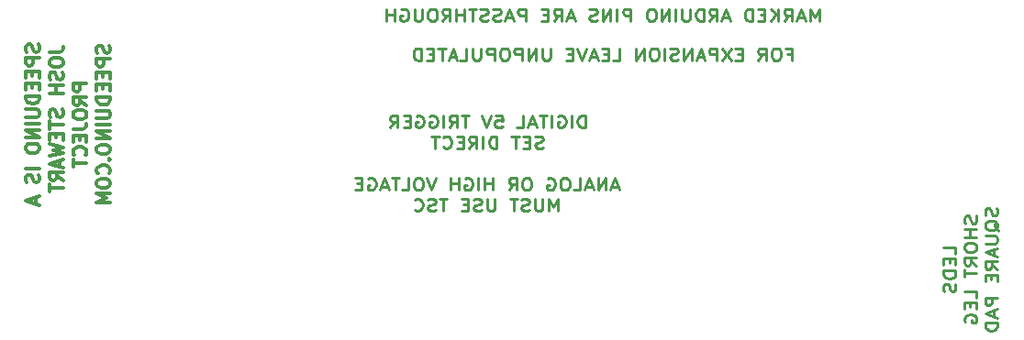
<source format=gbr>
G04 #@! TF.GenerationSoftware,KiCad,Pcbnew,(5.1.5)-3*
G04 #@! TF.CreationDate,2020-04-18T22:36:26-04:00*
G04 #@! TF.ProjectId,NO2C,4e4f3243-2e6b-4696-9361-645f70636258,vD1*
G04 #@! TF.SameCoordinates,Original*
G04 #@! TF.FileFunction,Legend,Bot*
G04 #@! TF.FilePolarity,Positive*
%FSLAX46Y46*%
G04 Gerber Fmt 4.6, Leading zero omitted, Abs format (unit mm)*
G04 Created by KiCad (PCBNEW (5.1.5)-3) date 2020-04-18 22:36:26*
%MOMM*%
%LPD*%
G04 APERTURE LIST*
%ADD10C,0.275000*%
%ADD11C,0.300000*%
G04 APERTURE END LIST*
D10*
X178023619Y-91184190D02*
X178023619Y-90588952D01*
X176923619Y-90588952D01*
X177447428Y-91600857D02*
X177447428Y-92017523D01*
X178023619Y-92196095D02*
X178023619Y-91600857D01*
X176923619Y-91600857D01*
X176923619Y-92196095D01*
X178023619Y-92731809D02*
X176923619Y-92731809D01*
X176923619Y-93029428D01*
X176976000Y-93208000D01*
X177080761Y-93327047D01*
X177185523Y-93386571D01*
X177395047Y-93446095D01*
X177552190Y-93446095D01*
X177761714Y-93386571D01*
X177866476Y-93327047D01*
X177971238Y-93208000D01*
X178023619Y-93029428D01*
X178023619Y-92731809D01*
X177971238Y-93922285D02*
X178023619Y-94100857D01*
X178023619Y-94398476D01*
X177971238Y-94517523D01*
X177918857Y-94577047D01*
X177814095Y-94636571D01*
X177709333Y-94636571D01*
X177604571Y-94577047D01*
X177552190Y-94517523D01*
X177499809Y-94398476D01*
X177447428Y-94160380D01*
X177395047Y-94041333D01*
X177342666Y-93981809D01*
X177237904Y-93922285D01*
X177133142Y-93922285D01*
X177028380Y-93981809D01*
X176976000Y-94041333D01*
X176923619Y-94160380D01*
X176923619Y-94458000D01*
X176976000Y-94636571D01*
X179896238Y-87642523D02*
X179948619Y-87821095D01*
X179948619Y-88118714D01*
X179896238Y-88237761D01*
X179843857Y-88297285D01*
X179739095Y-88356809D01*
X179634333Y-88356809D01*
X179529571Y-88297285D01*
X179477190Y-88237761D01*
X179424809Y-88118714D01*
X179372428Y-87880619D01*
X179320047Y-87761571D01*
X179267666Y-87702047D01*
X179162904Y-87642523D01*
X179058142Y-87642523D01*
X178953380Y-87702047D01*
X178901000Y-87761571D01*
X178848619Y-87880619D01*
X178848619Y-88178238D01*
X178901000Y-88356809D01*
X179948619Y-88892523D02*
X178848619Y-88892523D01*
X179372428Y-88892523D02*
X179372428Y-89606809D01*
X179948619Y-89606809D02*
X178848619Y-89606809D01*
X178848619Y-90440142D02*
X178848619Y-90678238D01*
X178901000Y-90797285D01*
X179005761Y-90916333D01*
X179215285Y-90975857D01*
X179581952Y-90975857D01*
X179791476Y-90916333D01*
X179896238Y-90797285D01*
X179948619Y-90678238D01*
X179948619Y-90440142D01*
X179896238Y-90321095D01*
X179791476Y-90202047D01*
X179581952Y-90142523D01*
X179215285Y-90142523D01*
X179005761Y-90202047D01*
X178901000Y-90321095D01*
X178848619Y-90440142D01*
X179948619Y-92225857D02*
X179424809Y-91809190D01*
X179948619Y-91511571D02*
X178848619Y-91511571D01*
X178848619Y-91987761D01*
X178901000Y-92106809D01*
X178953380Y-92166333D01*
X179058142Y-92225857D01*
X179215285Y-92225857D01*
X179320047Y-92166333D01*
X179372428Y-92106809D01*
X179424809Y-91987761D01*
X179424809Y-91511571D01*
X178848619Y-92583000D02*
X178848619Y-93297285D01*
X179948619Y-92940142D02*
X178848619Y-92940142D01*
X179948619Y-95261571D02*
X179948619Y-94666333D01*
X178848619Y-94666333D01*
X179372428Y-95678238D02*
X179372428Y-96094904D01*
X179948619Y-96273476D02*
X179948619Y-95678238D01*
X178848619Y-95678238D01*
X178848619Y-96273476D01*
X178901000Y-97463952D02*
X178848619Y-97344904D01*
X178848619Y-97166333D01*
X178901000Y-96987761D01*
X179005761Y-96868714D01*
X179110523Y-96809190D01*
X179320047Y-96749666D01*
X179477190Y-96749666D01*
X179686714Y-96809190D01*
X179791476Y-96868714D01*
X179896238Y-96987761D01*
X179948619Y-97166333D01*
X179948619Y-97285380D01*
X179896238Y-97463952D01*
X179843857Y-97523476D01*
X179477190Y-97523476D01*
X179477190Y-97285380D01*
X181821238Y-86928238D02*
X181873619Y-87106809D01*
X181873619Y-87404428D01*
X181821238Y-87523476D01*
X181768857Y-87583000D01*
X181664095Y-87642523D01*
X181559333Y-87642523D01*
X181454571Y-87583000D01*
X181402190Y-87523476D01*
X181349809Y-87404428D01*
X181297428Y-87166333D01*
X181245047Y-87047285D01*
X181192666Y-86987761D01*
X181087904Y-86928238D01*
X180983142Y-86928238D01*
X180878380Y-86987761D01*
X180826000Y-87047285D01*
X180773619Y-87166333D01*
X180773619Y-87463952D01*
X180826000Y-87642523D01*
X181978380Y-89011571D02*
X181926000Y-88892523D01*
X181821238Y-88773476D01*
X181664095Y-88594904D01*
X181611714Y-88475857D01*
X181611714Y-88356809D01*
X181873619Y-88416333D02*
X181821238Y-88297285D01*
X181716476Y-88178238D01*
X181506952Y-88118714D01*
X181140285Y-88118714D01*
X180930761Y-88178238D01*
X180826000Y-88297285D01*
X180773619Y-88416333D01*
X180773619Y-88654428D01*
X180826000Y-88773476D01*
X180930761Y-88892523D01*
X181140285Y-88952047D01*
X181506952Y-88952047D01*
X181716476Y-88892523D01*
X181821238Y-88773476D01*
X181873619Y-88654428D01*
X181873619Y-88416333D01*
X180773619Y-89487761D02*
X181664095Y-89487761D01*
X181768857Y-89547285D01*
X181821238Y-89606809D01*
X181873619Y-89725857D01*
X181873619Y-89963952D01*
X181821238Y-90083000D01*
X181768857Y-90142523D01*
X181664095Y-90202047D01*
X180773619Y-90202047D01*
X181559333Y-90737761D02*
X181559333Y-91333000D01*
X181873619Y-90618714D02*
X180773619Y-91035380D01*
X181873619Y-91452047D01*
X181873619Y-92583000D02*
X181349809Y-92166333D01*
X181873619Y-91868714D02*
X180773619Y-91868714D01*
X180773619Y-92344904D01*
X180826000Y-92463952D01*
X180878380Y-92523476D01*
X180983142Y-92583000D01*
X181140285Y-92583000D01*
X181245047Y-92523476D01*
X181297428Y-92463952D01*
X181349809Y-92344904D01*
X181349809Y-91868714D01*
X181297428Y-93118714D02*
X181297428Y-93535380D01*
X181873619Y-93713952D02*
X181873619Y-93118714D01*
X180773619Y-93118714D01*
X180773619Y-93713952D01*
X181873619Y-95202047D02*
X180773619Y-95202047D01*
X180773619Y-95678238D01*
X180826000Y-95797285D01*
X180878380Y-95856809D01*
X180983142Y-95916333D01*
X181140285Y-95916333D01*
X181245047Y-95856809D01*
X181297428Y-95797285D01*
X181349809Y-95678238D01*
X181349809Y-95202047D01*
X181559333Y-96392523D02*
X181559333Y-96987761D01*
X181873619Y-96273476D02*
X180773619Y-96690142D01*
X181873619Y-97106809D01*
X181873619Y-97523476D02*
X180773619Y-97523476D01*
X180773619Y-97821095D01*
X180826000Y-97999666D01*
X180930761Y-98118714D01*
X181035523Y-98178238D01*
X181245047Y-98237761D01*
X181402190Y-98237761D01*
X181611714Y-98178238D01*
X181716476Y-98118714D01*
X181821238Y-97999666D01*
X181873619Y-97821095D01*
X181873619Y-97523476D01*
X146860095Y-84945833D02*
X146264857Y-84945833D01*
X146979142Y-85260119D02*
X146562476Y-84160119D01*
X146145809Y-85260119D01*
X145729142Y-85260119D02*
X145729142Y-84160119D01*
X145014857Y-85260119D01*
X145014857Y-84160119D01*
X144479142Y-84945833D02*
X143883904Y-84945833D01*
X144598190Y-85260119D02*
X144181523Y-84160119D01*
X143764857Y-85260119D01*
X142752952Y-85260119D02*
X143348190Y-85260119D01*
X143348190Y-84160119D01*
X142098190Y-84160119D02*
X141860095Y-84160119D01*
X141741047Y-84212500D01*
X141622000Y-84317261D01*
X141562476Y-84526785D01*
X141562476Y-84893452D01*
X141622000Y-85102976D01*
X141741047Y-85207738D01*
X141860095Y-85260119D01*
X142098190Y-85260119D01*
X142217238Y-85207738D01*
X142336285Y-85102976D01*
X142395809Y-84893452D01*
X142395809Y-84526785D01*
X142336285Y-84317261D01*
X142217238Y-84212500D01*
X142098190Y-84160119D01*
X140372000Y-84212500D02*
X140491047Y-84160119D01*
X140669619Y-84160119D01*
X140848190Y-84212500D01*
X140967238Y-84317261D01*
X141026761Y-84422023D01*
X141086285Y-84631547D01*
X141086285Y-84788690D01*
X141026761Y-84998214D01*
X140967238Y-85102976D01*
X140848190Y-85207738D01*
X140669619Y-85260119D01*
X140550571Y-85260119D01*
X140372000Y-85207738D01*
X140312476Y-85155357D01*
X140312476Y-84788690D01*
X140550571Y-84788690D01*
X138586285Y-84160119D02*
X138348190Y-84160119D01*
X138229142Y-84212500D01*
X138110095Y-84317261D01*
X138050571Y-84526785D01*
X138050571Y-84893452D01*
X138110095Y-85102976D01*
X138229142Y-85207738D01*
X138348190Y-85260119D01*
X138586285Y-85260119D01*
X138705333Y-85207738D01*
X138824380Y-85102976D01*
X138883904Y-84893452D01*
X138883904Y-84526785D01*
X138824380Y-84317261D01*
X138705333Y-84212500D01*
X138586285Y-84160119D01*
X136800571Y-85260119D02*
X137217238Y-84736309D01*
X137514857Y-85260119D02*
X137514857Y-84160119D01*
X137038666Y-84160119D01*
X136919619Y-84212500D01*
X136860095Y-84264880D01*
X136800571Y-84369642D01*
X136800571Y-84526785D01*
X136860095Y-84631547D01*
X136919619Y-84683928D01*
X137038666Y-84736309D01*
X137514857Y-84736309D01*
X135312476Y-85260119D02*
X135312476Y-84160119D01*
X135312476Y-84683928D02*
X134598190Y-84683928D01*
X134598190Y-85260119D02*
X134598190Y-84160119D01*
X134002952Y-85260119D02*
X134002952Y-84160119D01*
X132752952Y-84212500D02*
X132872000Y-84160119D01*
X133050571Y-84160119D01*
X133229142Y-84212500D01*
X133348190Y-84317261D01*
X133407714Y-84422023D01*
X133467238Y-84631547D01*
X133467238Y-84788690D01*
X133407714Y-84998214D01*
X133348190Y-85102976D01*
X133229142Y-85207738D01*
X133050571Y-85260119D01*
X132931523Y-85260119D01*
X132752952Y-85207738D01*
X132693428Y-85155357D01*
X132693428Y-84788690D01*
X132931523Y-84788690D01*
X132157714Y-85260119D02*
X132157714Y-84160119D01*
X132157714Y-84683928D02*
X131443428Y-84683928D01*
X131443428Y-85260119D02*
X131443428Y-84160119D01*
X130074380Y-84160119D02*
X129657714Y-85260119D01*
X129241047Y-84160119D01*
X128586285Y-84160119D02*
X128348190Y-84160119D01*
X128229142Y-84212500D01*
X128110095Y-84317261D01*
X128050571Y-84526785D01*
X128050571Y-84893452D01*
X128110095Y-85102976D01*
X128229142Y-85207738D01*
X128348190Y-85260119D01*
X128586285Y-85260119D01*
X128705333Y-85207738D01*
X128824380Y-85102976D01*
X128883904Y-84893452D01*
X128883904Y-84526785D01*
X128824380Y-84317261D01*
X128705333Y-84212500D01*
X128586285Y-84160119D01*
X126919619Y-85260119D02*
X127514857Y-85260119D01*
X127514857Y-84160119D01*
X126681523Y-84160119D02*
X125967238Y-84160119D01*
X126324380Y-85260119D02*
X126324380Y-84160119D01*
X125610095Y-84945833D02*
X125014857Y-84945833D01*
X125729142Y-85260119D02*
X125312476Y-84160119D01*
X124895809Y-85260119D01*
X123824380Y-84212500D02*
X123943428Y-84160119D01*
X124122000Y-84160119D01*
X124300571Y-84212500D01*
X124419619Y-84317261D01*
X124479142Y-84422023D01*
X124538666Y-84631547D01*
X124538666Y-84788690D01*
X124479142Y-84998214D01*
X124419619Y-85102976D01*
X124300571Y-85207738D01*
X124122000Y-85260119D01*
X124002952Y-85260119D01*
X123824380Y-85207738D01*
X123764857Y-85155357D01*
X123764857Y-84788690D01*
X124002952Y-84788690D01*
X123229142Y-84683928D02*
X122812476Y-84683928D01*
X122633904Y-85260119D02*
X123229142Y-85260119D01*
X123229142Y-84160119D01*
X122633904Y-84160119D01*
X141354142Y-87185119D02*
X141354142Y-86085119D01*
X140937476Y-86870833D01*
X140520809Y-86085119D01*
X140520809Y-87185119D01*
X139925571Y-86085119D02*
X139925571Y-86975595D01*
X139866047Y-87080357D01*
X139806523Y-87132738D01*
X139687476Y-87185119D01*
X139449380Y-87185119D01*
X139330333Y-87132738D01*
X139270809Y-87080357D01*
X139211285Y-86975595D01*
X139211285Y-86085119D01*
X138675571Y-87132738D02*
X138497000Y-87185119D01*
X138199380Y-87185119D01*
X138080333Y-87132738D01*
X138020809Y-87080357D01*
X137961285Y-86975595D01*
X137961285Y-86870833D01*
X138020809Y-86766071D01*
X138080333Y-86713690D01*
X138199380Y-86661309D01*
X138437476Y-86608928D01*
X138556523Y-86556547D01*
X138616047Y-86504166D01*
X138675571Y-86399404D01*
X138675571Y-86294642D01*
X138616047Y-86189880D01*
X138556523Y-86137500D01*
X138437476Y-86085119D01*
X138139857Y-86085119D01*
X137961285Y-86137500D01*
X137604142Y-86085119D02*
X136889857Y-86085119D01*
X137247000Y-87185119D02*
X137247000Y-86085119D01*
X135520809Y-86085119D02*
X135520809Y-86975595D01*
X135461285Y-87080357D01*
X135401761Y-87132738D01*
X135282714Y-87185119D01*
X135044619Y-87185119D01*
X134925571Y-87132738D01*
X134866047Y-87080357D01*
X134806523Y-86975595D01*
X134806523Y-86085119D01*
X134270809Y-87132738D02*
X134092238Y-87185119D01*
X133794619Y-87185119D01*
X133675571Y-87132738D01*
X133616047Y-87080357D01*
X133556523Y-86975595D01*
X133556523Y-86870833D01*
X133616047Y-86766071D01*
X133675571Y-86713690D01*
X133794619Y-86661309D01*
X134032714Y-86608928D01*
X134151761Y-86556547D01*
X134211285Y-86504166D01*
X134270809Y-86399404D01*
X134270809Y-86294642D01*
X134211285Y-86189880D01*
X134151761Y-86137500D01*
X134032714Y-86085119D01*
X133735095Y-86085119D01*
X133556523Y-86137500D01*
X133020809Y-86608928D02*
X132604142Y-86608928D01*
X132425571Y-87185119D02*
X133020809Y-87185119D01*
X133020809Y-86085119D01*
X132425571Y-86085119D01*
X131116047Y-86085119D02*
X130401761Y-86085119D01*
X130758904Y-87185119D02*
X130758904Y-86085119D01*
X130044619Y-87132738D02*
X129866047Y-87185119D01*
X129568428Y-87185119D01*
X129449380Y-87132738D01*
X129389857Y-87080357D01*
X129330333Y-86975595D01*
X129330333Y-86870833D01*
X129389857Y-86766071D01*
X129449380Y-86713690D01*
X129568428Y-86661309D01*
X129806523Y-86608928D01*
X129925571Y-86556547D01*
X129985095Y-86504166D01*
X130044619Y-86399404D01*
X130044619Y-86294642D01*
X129985095Y-86189880D01*
X129925571Y-86137500D01*
X129806523Y-86085119D01*
X129508904Y-86085119D01*
X129330333Y-86137500D01*
X128080333Y-87080357D02*
X128139857Y-87132738D01*
X128318428Y-87185119D01*
X128437476Y-87185119D01*
X128616047Y-87132738D01*
X128735095Y-87027976D01*
X128794619Y-86923214D01*
X128854142Y-86713690D01*
X128854142Y-86556547D01*
X128794619Y-86347023D01*
X128735095Y-86242261D01*
X128616047Y-86137500D01*
X128437476Y-86085119D01*
X128318428Y-86085119D01*
X128139857Y-86137500D01*
X128080333Y-86189880D01*
X143862095Y-79481619D02*
X143862095Y-78381619D01*
X143564476Y-78381619D01*
X143385904Y-78434000D01*
X143266857Y-78538761D01*
X143207333Y-78643523D01*
X143147809Y-78853047D01*
X143147809Y-79010190D01*
X143207333Y-79219714D01*
X143266857Y-79324476D01*
X143385904Y-79429238D01*
X143564476Y-79481619D01*
X143862095Y-79481619D01*
X142612095Y-79481619D02*
X142612095Y-78381619D01*
X141362095Y-78434000D02*
X141481142Y-78381619D01*
X141659714Y-78381619D01*
X141838285Y-78434000D01*
X141957333Y-78538761D01*
X142016857Y-78643523D01*
X142076380Y-78853047D01*
X142076380Y-79010190D01*
X142016857Y-79219714D01*
X141957333Y-79324476D01*
X141838285Y-79429238D01*
X141659714Y-79481619D01*
X141540666Y-79481619D01*
X141362095Y-79429238D01*
X141302571Y-79376857D01*
X141302571Y-79010190D01*
X141540666Y-79010190D01*
X140766857Y-79481619D02*
X140766857Y-78381619D01*
X140350190Y-78381619D02*
X139635904Y-78381619D01*
X139993047Y-79481619D02*
X139993047Y-78381619D01*
X139278761Y-79167333D02*
X138683523Y-79167333D01*
X139397809Y-79481619D02*
X138981142Y-78381619D01*
X138564476Y-79481619D01*
X137552571Y-79481619D02*
X138147809Y-79481619D01*
X138147809Y-78381619D01*
X135588285Y-78381619D02*
X136183523Y-78381619D01*
X136243047Y-78905428D01*
X136183523Y-78853047D01*
X136064476Y-78800666D01*
X135766857Y-78800666D01*
X135647809Y-78853047D01*
X135588285Y-78905428D01*
X135528761Y-79010190D01*
X135528761Y-79272095D01*
X135588285Y-79376857D01*
X135647809Y-79429238D01*
X135766857Y-79481619D01*
X136064476Y-79481619D01*
X136183523Y-79429238D01*
X136243047Y-79376857D01*
X135171619Y-78381619D02*
X134754952Y-79481619D01*
X134338285Y-78381619D01*
X133147809Y-78381619D02*
X132433523Y-78381619D01*
X132790666Y-79481619D02*
X132790666Y-78381619D01*
X131302571Y-79481619D02*
X131719238Y-78957809D01*
X132016857Y-79481619D02*
X132016857Y-78381619D01*
X131540666Y-78381619D01*
X131421619Y-78434000D01*
X131362095Y-78486380D01*
X131302571Y-78591142D01*
X131302571Y-78748285D01*
X131362095Y-78853047D01*
X131421619Y-78905428D01*
X131540666Y-78957809D01*
X132016857Y-78957809D01*
X130766857Y-79481619D02*
X130766857Y-78381619D01*
X129516857Y-78434000D02*
X129635904Y-78381619D01*
X129814476Y-78381619D01*
X129993047Y-78434000D01*
X130112095Y-78538761D01*
X130171619Y-78643523D01*
X130231142Y-78853047D01*
X130231142Y-79010190D01*
X130171619Y-79219714D01*
X130112095Y-79324476D01*
X129993047Y-79429238D01*
X129814476Y-79481619D01*
X129695428Y-79481619D01*
X129516857Y-79429238D01*
X129457333Y-79376857D01*
X129457333Y-79010190D01*
X129695428Y-79010190D01*
X128266857Y-78434000D02*
X128385904Y-78381619D01*
X128564476Y-78381619D01*
X128743047Y-78434000D01*
X128862095Y-78538761D01*
X128921619Y-78643523D01*
X128981142Y-78853047D01*
X128981142Y-79010190D01*
X128921619Y-79219714D01*
X128862095Y-79324476D01*
X128743047Y-79429238D01*
X128564476Y-79481619D01*
X128445428Y-79481619D01*
X128266857Y-79429238D01*
X128207333Y-79376857D01*
X128207333Y-79010190D01*
X128445428Y-79010190D01*
X127671619Y-78905428D02*
X127254952Y-78905428D01*
X127076380Y-79481619D02*
X127671619Y-79481619D01*
X127671619Y-78381619D01*
X127076380Y-78381619D01*
X125826380Y-79481619D02*
X126243047Y-78957809D01*
X126540666Y-79481619D02*
X126540666Y-78381619D01*
X126064476Y-78381619D01*
X125945428Y-78434000D01*
X125885904Y-78486380D01*
X125826380Y-78591142D01*
X125826380Y-78748285D01*
X125885904Y-78853047D01*
X125945428Y-78905428D01*
X126064476Y-78957809D01*
X126540666Y-78957809D01*
X139963285Y-81354238D02*
X139784714Y-81406619D01*
X139487095Y-81406619D01*
X139368047Y-81354238D01*
X139308523Y-81301857D01*
X139249000Y-81197095D01*
X139249000Y-81092333D01*
X139308523Y-80987571D01*
X139368047Y-80935190D01*
X139487095Y-80882809D01*
X139725190Y-80830428D01*
X139844238Y-80778047D01*
X139903761Y-80725666D01*
X139963285Y-80620904D01*
X139963285Y-80516142D01*
X139903761Y-80411380D01*
X139844238Y-80359000D01*
X139725190Y-80306619D01*
X139427571Y-80306619D01*
X139249000Y-80359000D01*
X138713285Y-80830428D02*
X138296619Y-80830428D01*
X138118047Y-81406619D02*
X138713285Y-81406619D01*
X138713285Y-80306619D01*
X138118047Y-80306619D01*
X137760904Y-80306619D02*
X137046619Y-80306619D01*
X137403761Y-81406619D02*
X137403761Y-80306619D01*
X135677571Y-81406619D02*
X135677571Y-80306619D01*
X135379952Y-80306619D01*
X135201380Y-80359000D01*
X135082333Y-80463761D01*
X135022809Y-80568523D01*
X134963285Y-80778047D01*
X134963285Y-80935190D01*
X135022809Y-81144714D01*
X135082333Y-81249476D01*
X135201380Y-81354238D01*
X135379952Y-81406619D01*
X135677571Y-81406619D01*
X134427571Y-81406619D02*
X134427571Y-80306619D01*
X133118047Y-81406619D02*
X133534714Y-80882809D01*
X133832333Y-81406619D02*
X133832333Y-80306619D01*
X133356142Y-80306619D01*
X133237095Y-80359000D01*
X133177571Y-80411380D01*
X133118047Y-80516142D01*
X133118047Y-80673285D01*
X133177571Y-80778047D01*
X133237095Y-80830428D01*
X133356142Y-80882809D01*
X133832333Y-80882809D01*
X132582333Y-80830428D02*
X132165666Y-80830428D01*
X131987095Y-81406619D02*
X132582333Y-81406619D01*
X132582333Y-80306619D01*
X131987095Y-80306619D01*
X130737095Y-81301857D02*
X130796619Y-81354238D01*
X130975190Y-81406619D01*
X131094238Y-81406619D01*
X131272809Y-81354238D01*
X131391857Y-81249476D01*
X131451380Y-81144714D01*
X131510904Y-80935190D01*
X131510904Y-80778047D01*
X131451380Y-80568523D01*
X131391857Y-80463761D01*
X131272809Y-80359000D01*
X131094238Y-80306619D01*
X130975190Y-80306619D01*
X130796619Y-80359000D01*
X130737095Y-80411380D01*
X130379952Y-80306619D02*
X129665666Y-80306619D01*
X130022809Y-81406619D02*
X130022809Y-80306619D01*
X162472547Y-72692428D02*
X162889214Y-72692428D01*
X162889214Y-73268619D02*
X162889214Y-72168619D01*
X162293976Y-72168619D01*
X161579690Y-72168619D02*
X161341595Y-72168619D01*
X161222547Y-72221000D01*
X161103500Y-72325761D01*
X161043976Y-72535285D01*
X161043976Y-72901952D01*
X161103500Y-73111476D01*
X161222547Y-73216238D01*
X161341595Y-73268619D01*
X161579690Y-73268619D01*
X161698738Y-73216238D01*
X161817785Y-73111476D01*
X161877309Y-72901952D01*
X161877309Y-72535285D01*
X161817785Y-72325761D01*
X161698738Y-72221000D01*
X161579690Y-72168619D01*
X159793976Y-73268619D02*
X160210642Y-72744809D01*
X160508261Y-73268619D02*
X160508261Y-72168619D01*
X160032071Y-72168619D01*
X159913023Y-72221000D01*
X159853500Y-72273380D01*
X159793976Y-72378142D01*
X159793976Y-72535285D01*
X159853500Y-72640047D01*
X159913023Y-72692428D01*
X160032071Y-72744809D01*
X160508261Y-72744809D01*
X158305880Y-72692428D02*
X157889214Y-72692428D01*
X157710642Y-73268619D02*
X158305880Y-73268619D01*
X158305880Y-72168619D01*
X157710642Y-72168619D01*
X157293976Y-72168619D02*
X156460642Y-73268619D01*
X156460642Y-72168619D02*
X157293976Y-73268619D01*
X155984452Y-73268619D02*
X155984452Y-72168619D01*
X155508261Y-72168619D01*
X155389214Y-72221000D01*
X155329690Y-72273380D01*
X155270166Y-72378142D01*
X155270166Y-72535285D01*
X155329690Y-72640047D01*
X155389214Y-72692428D01*
X155508261Y-72744809D01*
X155984452Y-72744809D01*
X154793976Y-72954333D02*
X154198738Y-72954333D01*
X154913023Y-73268619D02*
X154496357Y-72168619D01*
X154079690Y-73268619D01*
X153663023Y-73268619D02*
X153663023Y-72168619D01*
X152948738Y-73268619D01*
X152948738Y-72168619D01*
X152413023Y-73216238D02*
X152234452Y-73268619D01*
X151936833Y-73268619D01*
X151817785Y-73216238D01*
X151758261Y-73163857D01*
X151698738Y-73059095D01*
X151698738Y-72954333D01*
X151758261Y-72849571D01*
X151817785Y-72797190D01*
X151936833Y-72744809D01*
X152174928Y-72692428D01*
X152293976Y-72640047D01*
X152353500Y-72587666D01*
X152413023Y-72482904D01*
X152413023Y-72378142D01*
X152353500Y-72273380D01*
X152293976Y-72221000D01*
X152174928Y-72168619D01*
X151877309Y-72168619D01*
X151698738Y-72221000D01*
X151163023Y-73268619D02*
X151163023Y-72168619D01*
X150329690Y-72168619D02*
X150091595Y-72168619D01*
X149972547Y-72221000D01*
X149853500Y-72325761D01*
X149793976Y-72535285D01*
X149793976Y-72901952D01*
X149853500Y-73111476D01*
X149972547Y-73216238D01*
X150091595Y-73268619D01*
X150329690Y-73268619D01*
X150448738Y-73216238D01*
X150567785Y-73111476D01*
X150627309Y-72901952D01*
X150627309Y-72535285D01*
X150567785Y-72325761D01*
X150448738Y-72221000D01*
X150329690Y-72168619D01*
X149258261Y-73268619D02*
X149258261Y-72168619D01*
X148543976Y-73268619D01*
X148543976Y-72168619D01*
X146401119Y-73268619D02*
X146996357Y-73268619D01*
X146996357Y-72168619D01*
X145984452Y-72692428D02*
X145567785Y-72692428D01*
X145389214Y-73268619D02*
X145984452Y-73268619D01*
X145984452Y-72168619D01*
X145389214Y-72168619D01*
X144913023Y-72954333D02*
X144317785Y-72954333D01*
X145032071Y-73268619D02*
X144615404Y-72168619D01*
X144198738Y-73268619D01*
X143960642Y-72168619D02*
X143543976Y-73268619D01*
X143127309Y-72168619D01*
X142710642Y-72692428D02*
X142293976Y-72692428D01*
X142115404Y-73268619D02*
X142710642Y-73268619D01*
X142710642Y-72168619D01*
X142115404Y-72168619D01*
X140627309Y-72168619D02*
X140627309Y-73059095D01*
X140567785Y-73163857D01*
X140508261Y-73216238D01*
X140389214Y-73268619D01*
X140151119Y-73268619D01*
X140032071Y-73216238D01*
X139972547Y-73163857D01*
X139913023Y-73059095D01*
X139913023Y-72168619D01*
X139317785Y-73268619D02*
X139317785Y-72168619D01*
X138603500Y-73268619D01*
X138603500Y-72168619D01*
X138008261Y-73268619D02*
X138008261Y-72168619D01*
X137532071Y-72168619D01*
X137413023Y-72221000D01*
X137353500Y-72273380D01*
X137293976Y-72378142D01*
X137293976Y-72535285D01*
X137353500Y-72640047D01*
X137413023Y-72692428D01*
X137532071Y-72744809D01*
X138008261Y-72744809D01*
X136520166Y-72168619D02*
X136282071Y-72168619D01*
X136163023Y-72221000D01*
X136043976Y-72325761D01*
X135984452Y-72535285D01*
X135984452Y-72901952D01*
X136043976Y-73111476D01*
X136163023Y-73216238D01*
X136282071Y-73268619D01*
X136520166Y-73268619D01*
X136639214Y-73216238D01*
X136758261Y-73111476D01*
X136817785Y-72901952D01*
X136817785Y-72535285D01*
X136758261Y-72325761D01*
X136639214Y-72221000D01*
X136520166Y-72168619D01*
X135448738Y-73268619D02*
X135448738Y-72168619D01*
X134972547Y-72168619D01*
X134853500Y-72221000D01*
X134793976Y-72273380D01*
X134734452Y-72378142D01*
X134734452Y-72535285D01*
X134793976Y-72640047D01*
X134853500Y-72692428D01*
X134972547Y-72744809D01*
X135448738Y-72744809D01*
X134198738Y-72168619D02*
X134198738Y-73059095D01*
X134139214Y-73163857D01*
X134079690Y-73216238D01*
X133960642Y-73268619D01*
X133722547Y-73268619D01*
X133603500Y-73216238D01*
X133543976Y-73163857D01*
X133484452Y-73059095D01*
X133484452Y-72168619D01*
X132293976Y-73268619D02*
X132889214Y-73268619D01*
X132889214Y-72168619D01*
X131936833Y-72954333D02*
X131341595Y-72954333D01*
X132055880Y-73268619D02*
X131639214Y-72168619D01*
X131222547Y-73268619D01*
X130984452Y-72168619D02*
X130270166Y-72168619D01*
X130627309Y-73268619D02*
X130627309Y-72168619D01*
X129853500Y-72692428D02*
X129436833Y-72692428D01*
X129258261Y-73268619D02*
X129853500Y-73268619D01*
X129853500Y-72168619D01*
X129258261Y-72168619D01*
X128722547Y-73268619D02*
X128722547Y-72168619D01*
X128424928Y-72168619D01*
X128246357Y-72221000D01*
X128127309Y-72325761D01*
X128067785Y-72430523D01*
X128008261Y-72640047D01*
X128008261Y-72797190D01*
X128067785Y-73006714D01*
X128127309Y-73111476D01*
X128246357Y-73216238D01*
X128424928Y-73268619D01*
X128722547Y-73268619D01*
X165418976Y-69649119D02*
X165418976Y-68549119D01*
X165002309Y-69334833D01*
X164585642Y-68549119D01*
X164585642Y-69649119D01*
X164049928Y-69334833D02*
X163454690Y-69334833D01*
X164168976Y-69649119D02*
X163752309Y-68549119D01*
X163335642Y-69649119D01*
X162204690Y-69649119D02*
X162621357Y-69125309D01*
X162918976Y-69649119D02*
X162918976Y-68549119D01*
X162442785Y-68549119D01*
X162323738Y-68601500D01*
X162264214Y-68653880D01*
X162204690Y-68758642D01*
X162204690Y-68915785D01*
X162264214Y-69020547D01*
X162323738Y-69072928D01*
X162442785Y-69125309D01*
X162918976Y-69125309D01*
X161668976Y-69649119D02*
X161668976Y-68549119D01*
X160954690Y-69649119D02*
X161490404Y-69020547D01*
X160954690Y-68549119D02*
X161668976Y-69177690D01*
X160418976Y-69072928D02*
X160002309Y-69072928D01*
X159823738Y-69649119D02*
X160418976Y-69649119D01*
X160418976Y-68549119D01*
X159823738Y-68549119D01*
X159288023Y-69649119D02*
X159288023Y-68549119D01*
X158990404Y-68549119D01*
X158811833Y-68601500D01*
X158692785Y-68706261D01*
X158633261Y-68811023D01*
X158573738Y-69020547D01*
X158573738Y-69177690D01*
X158633261Y-69387214D01*
X158692785Y-69491976D01*
X158811833Y-69596738D01*
X158990404Y-69649119D01*
X159288023Y-69649119D01*
X157145166Y-69334833D02*
X156549928Y-69334833D01*
X157264214Y-69649119D02*
X156847547Y-68549119D01*
X156430880Y-69649119D01*
X155299928Y-69649119D02*
X155716595Y-69125309D01*
X156014214Y-69649119D02*
X156014214Y-68549119D01*
X155538023Y-68549119D01*
X155418976Y-68601500D01*
X155359452Y-68653880D01*
X155299928Y-68758642D01*
X155299928Y-68915785D01*
X155359452Y-69020547D01*
X155418976Y-69072928D01*
X155538023Y-69125309D01*
X156014214Y-69125309D01*
X154764214Y-69649119D02*
X154764214Y-68549119D01*
X154466595Y-68549119D01*
X154288023Y-68601500D01*
X154168976Y-68706261D01*
X154109452Y-68811023D01*
X154049928Y-69020547D01*
X154049928Y-69177690D01*
X154109452Y-69387214D01*
X154168976Y-69491976D01*
X154288023Y-69596738D01*
X154466595Y-69649119D01*
X154764214Y-69649119D01*
X153514214Y-68549119D02*
X153514214Y-69439595D01*
X153454690Y-69544357D01*
X153395166Y-69596738D01*
X153276119Y-69649119D01*
X153038023Y-69649119D01*
X152918976Y-69596738D01*
X152859452Y-69544357D01*
X152799928Y-69439595D01*
X152799928Y-68549119D01*
X152204690Y-69649119D02*
X152204690Y-68549119D01*
X151609452Y-69649119D02*
X151609452Y-68549119D01*
X150895166Y-69649119D01*
X150895166Y-68549119D01*
X150061833Y-68549119D02*
X149823738Y-68549119D01*
X149704690Y-68601500D01*
X149585642Y-68706261D01*
X149526119Y-68915785D01*
X149526119Y-69282452D01*
X149585642Y-69491976D01*
X149704690Y-69596738D01*
X149823738Y-69649119D01*
X150061833Y-69649119D01*
X150180880Y-69596738D01*
X150299928Y-69491976D01*
X150359452Y-69282452D01*
X150359452Y-68915785D01*
X150299928Y-68706261D01*
X150180880Y-68601500D01*
X150061833Y-68549119D01*
X148038023Y-69649119D02*
X148038023Y-68549119D01*
X147561833Y-68549119D01*
X147442785Y-68601500D01*
X147383261Y-68653880D01*
X147323738Y-68758642D01*
X147323738Y-68915785D01*
X147383261Y-69020547D01*
X147442785Y-69072928D01*
X147561833Y-69125309D01*
X148038023Y-69125309D01*
X146788023Y-69649119D02*
X146788023Y-68549119D01*
X146192785Y-69649119D02*
X146192785Y-68549119D01*
X145478500Y-69649119D01*
X145478500Y-68549119D01*
X144942785Y-69596738D02*
X144764214Y-69649119D01*
X144466595Y-69649119D01*
X144347547Y-69596738D01*
X144288023Y-69544357D01*
X144228500Y-69439595D01*
X144228500Y-69334833D01*
X144288023Y-69230071D01*
X144347547Y-69177690D01*
X144466595Y-69125309D01*
X144704690Y-69072928D01*
X144823738Y-69020547D01*
X144883261Y-68968166D01*
X144942785Y-68863404D01*
X144942785Y-68758642D01*
X144883261Y-68653880D01*
X144823738Y-68601500D01*
X144704690Y-68549119D01*
X144407071Y-68549119D01*
X144228500Y-68601500D01*
X142799928Y-69334833D02*
X142204690Y-69334833D01*
X142918976Y-69649119D02*
X142502309Y-68549119D01*
X142085642Y-69649119D01*
X140954690Y-69649119D02*
X141371357Y-69125309D01*
X141668976Y-69649119D02*
X141668976Y-68549119D01*
X141192785Y-68549119D01*
X141073738Y-68601500D01*
X141014214Y-68653880D01*
X140954690Y-68758642D01*
X140954690Y-68915785D01*
X141014214Y-69020547D01*
X141073738Y-69072928D01*
X141192785Y-69125309D01*
X141668976Y-69125309D01*
X140418976Y-69072928D02*
X140002309Y-69072928D01*
X139823738Y-69649119D02*
X140418976Y-69649119D01*
X140418976Y-68549119D01*
X139823738Y-68549119D01*
X138335642Y-69649119D02*
X138335642Y-68549119D01*
X137859452Y-68549119D01*
X137740404Y-68601500D01*
X137680880Y-68653880D01*
X137621357Y-68758642D01*
X137621357Y-68915785D01*
X137680880Y-69020547D01*
X137740404Y-69072928D01*
X137859452Y-69125309D01*
X138335642Y-69125309D01*
X137145166Y-69334833D02*
X136549928Y-69334833D01*
X137264214Y-69649119D02*
X136847547Y-68549119D01*
X136430880Y-69649119D01*
X136073738Y-69596738D02*
X135895166Y-69649119D01*
X135597547Y-69649119D01*
X135478500Y-69596738D01*
X135418976Y-69544357D01*
X135359452Y-69439595D01*
X135359452Y-69334833D01*
X135418976Y-69230071D01*
X135478500Y-69177690D01*
X135597547Y-69125309D01*
X135835642Y-69072928D01*
X135954690Y-69020547D01*
X136014214Y-68968166D01*
X136073738Y-68863404D01*
X136073738Y-68758642D01*
X136014214Y-68653880D01*
X135954690Y-68601500D01*
X135835642Y-68549119D01*
X135538023Y-68549119D01*
X135359452Y-68601500D01*
X134883261Y-69596738D02*
X134704690Y-69649119D01*
X134407071Y-69649119D01*
X134288023Y-69596738D01*
X134228500Y-69544357D01*
X134168976Y-69439595D01*
X134168976Y-69334833D01*
X134228500Y-69230071D01*
X134288023Y-69177690D01*
X134407071Y-69125309D01*
X134645166Y-69072928D01*
X134764214Y-69020547D01*
X134823738Y-68968166D01*
X134883261Y-68863404D01*
X134883261Y-68758642D01*
X134823738Y-68653880D01*
X134764214Y-68601500D01*
X134645166Y-68549119D01*
X134347547Y-68549119D01*
X134168976Y-68601500D01*
X133811833Y-68549119D02*
X133097547Y-68549119D01*
X133454690Y-69649119D02*
X133454690Y-68549119D01*
X132680880Y-69649119D02*
X132680880Y-68549119D01*
X132680880Y-69072928D02*
X131966595Y-69072928D01*
X131966595Y-69649119D02*
X131966595Y-68549119D01*
X130657071Y-69649119D02*
X131073738Y-69125309D01*
X131371357Y-69649119D02*
X131371357Y-68549119D01*
X130895166Y-68549119D01*
X130776119Y-68601500D01*
X130716595Y-68653880D01*
X130657071Y-68758642D01*
X130657071Y-68915785D01*
X130716595Y-69020547D01*
X130776119Y-69072928D01*
X130895166Y-69125309D01*
X131371357Y-69125309D01*
X129883261Y-68549119D02*
X129645166Y-68549119D01*
X129526119Y-68601500D01*
X129407071Y-68706261D01*
X129347547Y-68915785D01*
X129347547Y-69282452D01*
X129407071Y-69491976D01*
X129526119Y-69596738D01*
X129645166Y-69649119D01*
X129883261Y-69649119D01*
X130002309Y-69596738D01*
X130121357Y-69491976D01*
X130180880Y-69282452D01*
X130180880Y-68915785D01*
X130121357Y-68706261D01*
X130002309Y-68601500D01*
X129883261Y-68549119D01*
X128811833Y-68549119D02*
X128811833Y-69439595D01*
X128752309Y-69544357D01*
X128692785Y-69596738D01*
X128573738Y-69649119D01*
X128335642Y-69649119D01*
X128216595Y-69596738D01*
X128157071Y-69544357D01*
X128097547Y-69439595D01*
X128097547Y-68549119D01*
X126847547Y-68601500D02*
X126966595Y-68549119D01*
X127145166Y-68549119D01*
X127323738Y-68601500D01*
X127442785Y-68706261D01*
X127502309Y-68811023D01*
X127561833Y-69020547D01*
X127561833Y-69177690D01*
X127502309Y-69387214D01*
X127442785Y-69491976D01*
X127323738Y-69596738D01*
X127145166Y-69649119D01*
X127026119Y-69649119D01*
X126847547Y-69596738D01*
X126788023Y-69544357D01*
X126788023Y-69177690D01*
X127026119Y-69177690D01*
X126252309Y-69649119D02*
X126252309Y-68549119D01*
X126252309Y-69072928D02*
X125538023Y-69072928D01*
X125538023Y-69649119D02*
X125538023Y-68549119D01*
D11*
X93443452Y-71819047D02*
X93502976Y-71997619D01*
X93502976Y-72295238D01*
X93443452Y-72414285D01*
X93383928Y-72473809D01*
X93264880Y-72533333D01*
X93145833Y-72533333D01*
X93026785Y-72473809D01*
X92967261Y-72414285D01*
X92907738Y-72295238D01*
X92848214Y-72057142D01*
X92788690Y-71938095D01*
X92729166Y-71878571D01*
X92610119Y-71819047D01*
X92491071Y-71819047D01*
X92372023Y-71878571D01*
X92312500Y-71938095D01*
X92252976Y-72057142D01*
X92252976Y-72354761D01*
X92312500Y-72533333D01*
X93502976Y-73069047D02*
X92252976Y-73069047D01*
X92252976Y-73545238D01*
X92312500Y-73664285D01*
X92372023Y-73723809D01*
X92491071Y-73783333D01*
X92669642Y-73783333D01*
X92788690Y-73723809D01*
X92848214Y-73664285D01*
X92907738Y-73545238D01*
X92907738Y-73069047D01*
X92848214Y-74319047D02*
X92848214Y-74735714D01*
X93502976Y-74914285D02*
X93502976Y-74319047D01*
X92252976Y-74319047D01*
X92252976Y-74914285D01*
X92848214Y-75450000D02*
X92848214Y-75866666D01*
X93502976Y-76045238D02*
X93502976Y-75450000D01*
X92252976Y-75450000D01*
X92252976Y-76045238D01*
X93502976Y-76580952D02*
X92252976Y-76580952D01*
X92252976Y-76878571D01*
X92312500Y-77057142D01*
X92431547Y-77176190D01*
X92550595Y-77235714D01*
X92788690Y-77295238D01*
X92967261Y-77295238D01*
X93205357Y-77235714D01*
X93324404Y-77176190D01*
X93443452Y-77057142D01*
X93502976Y-76878571D01*
X93502976Y-76580952D01*
X92252976Y-77830952D02*
X93264880Y-77830952D01*
X93383928Y-77890476D01*
X93443452Y-77950000D01*
X93502976Y-78069047D01*
X93502976Y-78307142D01*
X93443452Y-78426190D01*
X93383928Y-78485714D01*
X93264880Y-78545238D01*
X92252976Y-78545238D01*
X93502976Y-79140476D02*
X92252976Y-79140476D01*
X93502976Y-79735714D02*
X92252976Y-79735714D01*
X93502976Y-80450000D01*
X92252976Y-80450000D01*
X92252976Y-81283333D02*
X92252976Y-81521428D01*
X92312500Y-81640476D01*
X92431547Y-81759523D01*
X92669642Y-81819047D01*
X93086309Y-81819047D01*
X93324404Y-81759523D01*
X93443452Y-81640476D01*
X93502976Y-81521428D01*
X93502976Y-81283333D01*
X93443452Y-81164285D01*
X93324404Y-81045238D01*
X93086309Y-80985714D01*
X92669642Y-80985714D01*
X92431547Y-81045238D01*
X92312500Y-81164285D01*
X92252976Y-81283333D01*
X93502976Y-83307142D02*
X92252976Y-83307142D01*
X93443452Y-83842857D02*
X93502976Y-84021428D01*
X93502976Y-84319047D01*
X93443452Y-84438095D01*
X93383928Y-84497619D01*
X93264880Y-84557142D01*
X93145833Y-84557142D01*
X93026785Y-84497619D01*
X92967261Y-84438095D01*
X92907738Y-84319047D01*
X92848214Y-84080952D01*
X92788690Y-83961904D01*
X92729166Y-83902380D01*
X92610119Y-83842857D01*
X92491071Y-83842857D01*
X92372023Y-83902380D01*
X92312500Y-83961904D01*
X92252976Y-84080952D01*
X92252976Y-84378571D01*
X92312500Y-84557142D01*
X93145833Y-85985714D02*
X93145833Y-86580952D01*
X93502976Y-85866666D02*
X92252976Y-86283333D01*
X93502976Y-86700000D01*
X94427976Y-72533333D02*
X95320833Y-72533333D01*
X95499404Y-72473809D01*
X95618452Y-72354761D01*
X95677976Y-72176190D01*
X95677976Y-72057142D01*
X94427976Y-73366666D02*
X94427976Y-73604761D01*
X94487500Y-73723809D01*
X94606547Y-73842857D01*
X94844642Y-73902380D01*
X95261309Y-73902380D01*
X95499404Y-73842857D01*
X95618452Y-73723809D01*
X95677976Y-73604761D01*
X95677976Y-73366666D01*
X95618452Y-73247619D01*
X95499404Y-73128571D01*
X95261309Y-73069047D01*
X94844642Y-73069047D01*
X94606547Y-73128571D01*
X94487500Y-73247619D01*
X94427976Y-73366666D01*
X95618452Y-74378571D02*
X95677976Y-74557142D01*
X95677976Y-74854761D01*
X95618452Y-74973809D01*
X95558928Y-75033333D01*
X95439880Y-75092857D01*
X95320833Y-75092857D01*
X95201785Y-75033333D01*
X95142261Y-74973809D01*
X95082738Y-74854761D01*
X95023214Y-74616666D01*
X94963690Y-74497619D01*
X94904166Y-74438095D01*
X94785119Y-74378571D01*
X94666071Y-74378571D01*
X94547023Y-74438095D01*
X94487500Y-74497619D01*
X94427976Y-74616666D01*
X94427976Y-74914285D01*
X94487500Y-75092857D01*
X95677976Y-75628571D02*
X94427976Y-75628571D01*
X95023214Y-75628571D02*
X95023214Y-76342857D01*
X95677976Y-76342857D02*
X94427976Y-76342857D01*
X95618452Y-77830952D02*
X95677976Y-78009523D01*
X95677976Y-78307142D01*
X95618452Y-78426190D01*
X95558928Y-78485714D01*
X95439880Y-78545238D01*
X95320833Y-78545238D01*
X95201785Y-78485714D01*
X95142261Y-78426190D01*
X95082738Y-78307142D01*
X95023214Y-78069047D01*
X94963690Y-77950000D01*
X94904166Y-77890476D01*
X94785119Y-77830952D01*
X94666071Y-77830952D01*
X94547023Y-77890476D01*
X94487500Y-77950000D01*
X94427976Y-78069047D01*
X94427976Y-78366666D01*
X94487500Y-78545238D01*
X94427976Y-78902380D02*
X94427976Y-79616666D01*
X95677976Y-79259523D02*
X94427976Y-79259523D01*
X95023214Y-80033333D02*
X95023214Y-80450000D01*
X95677976Y-80628571D02*
X95677976Y-80033333D01*
X94427976Y-80033333D01*
X94427976Y-80628571D01*
X94427976Y-81045238D02*
X95677976Y-81342857D01*
X94785119Y-81580952D01*
X95677976Y-81819047D01*
X94427976Y-82116666D01*
X95320833Y-82533333D02*
X95320833Y-83128571D01*
X95677976Y-82414285D02*
X94427976Y-82830952D01*
X95677976Y-83247619D01*
X95677976Y-84378571D02*
X95082738Y-83961904D01*
X95677976Y-83664285D02*
X94427976Y-83664285D01*
X94427976Y-84140476D01*
X94487500Y-84259523D01*
X94547023Y-84319047D01*
X94666071Y-84378571D01*
X94844642Y-84378571D01*
X94963690Y-84319047D01*
X95023214Y-84259523D01*
X95082738Y-84140476D01*
X95082738Y-83664285D01*
X94427976Y-84735714D02*
X94427976Y-85449999D01*
X95677976Y-85092857D02*
X94427976Y-85092857D01*
X97852976Y-75450000D02*
X96602976Y-75450000D01*
X96602976Y-75926190D01*
X96662500Y-76045238D01*
X96722023Y-76104761D01*
X96841071Y-76164285D01*
X97019642Y-76164285D01*
X97138690Y-76104761D01*
X97198214Y-76045238D01*
X97257738Y-75926190D01*
X97257738Y-75450000D01*
X97852976Y-77414285D02*
X97257738Y-76997619D01*
X97852976Y-76700000D02*
X96602976Y-76700000D01*
X96602976Y-77176190D01*
X96662500Y-77295238D01*
X96722023Y-77354761D01*
X96841071Y-77414285D01*
X97019642Y-77414285D01*
X97138690Y-77354761D01*
X97198214Y-77295238D01*
X97257738Y-77176190D01*
X97257738Y-76700000D01*
X96602976Y-78188095D02*
X96602976Y-78426190D01*
X96662500Y-78545238D01*
X96781547Y-78664285D01*
X97019642Y-78723809D01*
X97436309Y-78723809D01*
X97674404Y-78664285D01*
X97793452Y-78545238D01*
X97852976Y-78426190D01*
X97852976Y-78188095D01*
X97793452Y-78069047D01*
X97674404Y-77950000D01*
X97436309Y-77890476D01*
X97019642Y-77890476D01*
X96781547Y-77950000D01*
X96662500Y-78069047D01*
X96602976Y-78188095D01*
X96602976Y-79616666D02*
X97495833Y-79616666D01*
X97674404Y-79557142D01*
X97793452Y-79438095D01*
X97852976Y-79259523D01*
X97852976Y-79140476D01*
X97198214Y-80211904D02*
X97198214Y-80628571D01*
X97852976Y-80807142D02*
X97852976Y-80211904D01*
X96602976Y-80211904D01*
X96602976Y-80807142D01*
X97733928Y-82057142D02*
X97793452Y-81997619D01*
X97852976Y-81819047D01*
X97852976Y-81700000D01*
X97793452Y-81521428D01*
X97674404Y-81402380D01*
X97555357Y-81342857D01*
X97317261Y-81283333D01*
X97138690Y-81283333D01*
X96900595Y-81342857D01*
X96781547Y-81402380D01*
X96662500Y-81521428D01*
X96602976Y-81700000D01*
X96602976Y-81819047D01*
X96662500Y-81997619D01*
X96722023Y-82057142D01*
X96602976Y-82414285D02*
X96602976Y-83128571D01*
X97852976Y-82771428D02*
X96602976Y-82771428D01*
X99968452Y-71908333D02*
X100027976Y-72086904D01*
X100027976Y-72384523D01*
X99968452Y-72503571D01*
X99908928Y-72563095D01*
X99789880Y-72622619D01*
X99670833Y-72622619D01*
X99551785Y-72563095D01*
X99492261Y-72503571D01*
X99432738Y-72384523D01*
X99373214Y-72146428D01*
X99313690Y-72027380D01*
X99254166Y-71967857D01*
X99135119Y-71908333D01*
X99016071Y-71908333D01*
X98897023Y-71967857D01*
X98837500Y-72027380D01*
X98777976Y-72146428D01*
X98777976Y-72444047D01*
X98837500Y-72622619D01*
X100027976Y-73158333D02*
X98777976Y-73158333D01*
X98777976Y-73634523D01*
X98837500Y-73753571D01*
X98897023Y-73813095D01*
X99016071Y-73872619D01*
X99194642Y-73872619D01*
X99313690Y-73813095D01*
X99373214Y-73753571D01*
X99432738Y-73634523D01*
X99432738Y-73158333D01*
X99373214Y-74408333D02*
X99373214Y-74825000D01*
X100027976Y-75003571D02*
X100027976Y-74408333D01*
X98777976Y-74408333D01*
X98777976Y-75003571D01*
X99373214Y-75539285D02*
X99373214Y-75955952D01*
X100027976Y-76134523D02*
X100027976Y-75539285D01*
X98777976Y-75539285D01*
X98777976Y-76134523D01*
X100027976Y-76670238D02*
X98777976Y-76670238D01*
X98777976Y-76967857D01*
X98837500Y-77146428D01*
X98956547Y-77265476D01*
X99075595Y-77325000D01*
X99313690Y-77384523D01*
X99492261Y-77384523D01*
X99730357Y-77325000D01*
X99849404Y-77265476D01*
X99968452Y-77146428D01*
X100027976Y-76967857D01*
X100027976Y-76670238D01*
X98777976Y-77920238D02*
X99789880Y-77920238D01*
X99908928Y-77979761D01*
X99968452Y-78039285D01*
X100027976Y-78158333D01*
X100027976Y-78396428D01*
X99968452Y-78515476D01*
X99908928Y-78575000D01*
X99789880Y-78634523D01*
X98777976Y-78634523D01*
X100027976Y-79229761D02*
X98777976Y-79229761D01*
X100027976Y-79825000D02*
X98777976Y-79825000D01*
X100027976Y-80539285D01*
X98777976Y-80539285D01*
X98777976Y-81372619D02*
X98777976Y-81610714D01*
X98837500Y-81729761D01*
X98956547Y-81848809D01*
X99194642Y-81908333D01*
X99611309Y-81908333D01*
X99849404Y-81848809D01*
X99968452Y-81729761D01*
X100027976Y-81610714D01*
X100027976Y-81372619D01*
X99968452Y-81253571D01*
X99849404Y-81134523D01*
X99611309Y-81075000D01*
X99194642Y-81075000D01*
X98956547Y-81134523D01*
X98837500Y-81253571D01*
X98777976Y-81372619D01*
X99908928Y-82444047D02*
X99968452Y-82503571D01*
X100027976Y-82444047D01*
X99968452Y-82384523D01*
X99908928Y-82444047D01*
X100027976Y-82444047D01*
X99908928Y-83753571D02*
X99968452Y-83694047D01*
X100027976Y-83515476D01*
X100027976Y-83396428D01*
X99968452Y-83217857D01*
X99849404Y-83098809D01*
X99730357Y-83039285D01*
X99492261Y-82979761D01*
X99313690Y-82979761D01*
X99075595Y-83039285D01*
X98956547Y-83098809D01*
X98837500Y-83217857D01*
X98777976Y-83396428D01*
X98777976Y-83515476D01*
X98837500Y-83694047D01*
X98897023Y-83753571D01*
X98777976Y-84527380D02*
X98777976Y-84765476D01*
X98837500Y-84884523D01*
X98956547Y-85003571D01*
X99194642Y-85063095D01*
X99611309Y-85063095D01*
X99849404Y-85003571D01*
X99968452Y-84884523D01*
X100027976Y-84765476D01*
X100027976Y-84527380D01*
X99968452Y-84408333D01*
X99849404Y-84289285D01*
X99611309Y-84229761D01*
X99194642Y-84229761D01*
X98956547Y-84289285D01*
X98837500Y-84408333D01*
X98777976Y-84527380D01*
X100027976Y-85598809D02*
X98777976Y-85598809D01*
X99670833Y-86015476D01*
X98777976Y-86432142D01*
X100027976Y-86432142D01*
M02*

</source>
